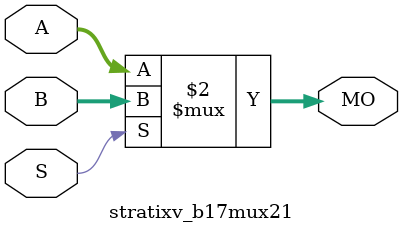
<source format=v>
module stratixv_b17mux21 (MO, A, B, S);
   input [16:0] A, B;
   input 	S;
   output [16:0] MO; 
   assign MO = (S == 1) ? B : A; 
endmodule
</source>
